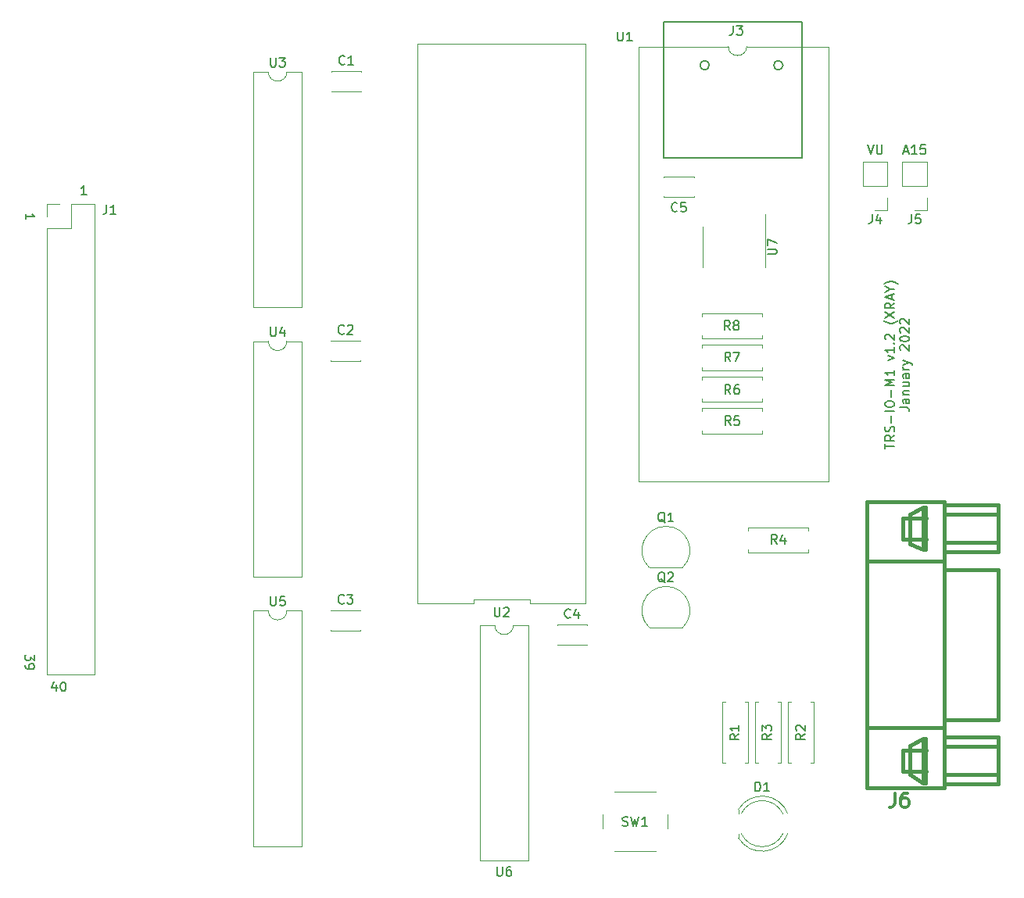
<source format=gbr>
%TF.GenerationSoftware,KiCad,Pcbnew,(6.0.0-0)*%
%TF.CreationDate,2022-01-11T18:58:16-08:00*%
%TF.ProjectId,TRS-IO-M1,5452532d-494f-42d4-9d31-2e6b69636164,rev?*%
%TF.SameCoordinates,Original*%
%TF.FileFunction,Legend,Top*%
%TF.FilePolarity,Positive*%
%FSLAX46Y46*%
G04 Gerber Fmt 4.6, Leading zero omitted, Abs format (unit mm)*
G04 Created by KiCad (PCBNEW (6.0.0-0)) date 2022-01-11 18:58:16*
%MOMM*%
%LPD*%
G01*
G04 APERTURE LIST*
%ADD10C,0.150000*%
%ADD11C,0.304800*%
%ADD12C,0.120000*%
%ADD13C,0.381000*%
G04 APERTURE END LIST*
D10*
X115193819Y-69043514D02*
X115193819Y-68472085D01*
X115193819Y-68757800D02*
X116193819Y-68757800D01*
X116050961Y-68662561D01*
X115955723Y-68567323D01*
X115908104Y-68472085D01*
X118510085Y-119521314D02*
X118510085Y-120187980D01*
X118271990Y-119140361D02*
X118033895Y-119854647D01*
X118652942Y-119854647D01*
X119224371Y-119187980D02*
X119319609Y-119187980D01*
X119414847Y-119235600D01*
X119462466Y-119283219D01*
X119510085Y-119378457D01*
X119557704Y-119568933D01*
X119557704Y-119807028D01*
X119510085Y-119997504D01*
X119462466Y-120092742D01*
X119414847Y-120140361D01*
X119319609Y-120187980D01*
X119224371Y-120187980D01*
X119129133Y-120140361D01*
X119081514Y-120092742D01*
X119033895Y-119997504D01*
X118986276Y-119807028D01*
X118986276Y-119568933D01*
X119033895Y-119378457D01*
X119081514Y-119283219D01*
X119129133Y-119235600D01*
X119224371Y-119187980D01*
X116143019Y-116233676D02*
X116143019Y-116852723D01*
X115762066Y-116519390D01*
X115762066Y-116662247D01*
X115714447Y-116757485D01*
X115666828Y-116805104D01*
X115571590Y-116852723D01*
X115333495Y-116852723D01*
X115238257Y-116805104D01*
X115190638Y-116757485D01*
X115143019Y-116662247D01*
X115143019Y-116376533D01*
X115190638Y-116281295D01*
X115238257Y-116233676D01*
X115143019Y-117328914D02*
X115143019Y-117519390D01*
X115190638Y-117614628D01*
X115238257Y-117662247D01*
X115381114Y-117757485D01*
X115571590Y-117805104D01*
X115952542Y-117805104D01*
X116047780Y-117757485D01*
X116095400Y-117709866D01*
X116143019Y-117614628D01*
X116143019Y-117424152D01*
X116095400Y-117328914D01*
X116047780Y-117281295D01*
X115952542Y-117233676D01*
X115714447Y-117233676D01*
X115619209Y-117281295D01*
X115571590Y-117328914D01*
X115523971Y-117424152D01*
X115523971Y-117614628D01*
X115571590Y-117709866D01*
X115619209Y-117757485D01*
X115714447Y-117805104D01*
X210309523Y-61716666D02*
X210785714Y-61716666D01*
X210214285Y-62002380D02*
X210547619Y-61002380D01*
X210880952Y-62002380D01*
X211738095Y-62002380D02*
X211166666Y-62002380D01*
X211452380Y-62002380D02*
X211452380Y-61002380D01*
X211357142Y-61145238D01*
X211261904Y-61240476D01*
X211166666Y-61288095D01*
X212642857Y-61002380D02*
X212166666Y-61002380D01*
X212119047Y-61478571D01*
X212166666Y-61430952D01*
X212261904Y-61383333D01*
X212500000Y-61383333D01*
X212595238Y-61430952D01*
X212642857Y-61478571D01*
X212690476Y-61573809D01*
X212690476Y-61811904D01*
X212642857Y-61907142D01*
X212595238Y-61954761D01*
X212500000Y-62002380D01*
X212261904Y-62002380D01*
X212166666Y-61954761D01*
X212119047Y-61907142D01*
X206392857Y-61002380D02*
X206726190Y-62002380D01*
X207059523Y-61002380D01*
X207392857Y-61002380D02*
X207392857Y-61811904D01*
X207440476Y-61907142D01*
X207488095Y-61954761D01*
X207583333Y-62002380D01*
X207773809Y-62002380D01*
X207869047Y-61954761D01*
X207916666Y-61907142D01*
X207964285Y-61811904D01*
X207964285Y-61002380D01*
X208297380Y-93942857D02*
X208297380Y-93371428D01*
X209297380Y-93657142D02*
X208297380Y-93657142D01*
X209297380Y-92466666D02*
X208821190Y-92800000D01*
X209297380Y-93038095D02*
X208297380Y-93038095D01*
X208297380Y-92657142D01*
X208345000Y-92561904D01*
X208392619Y-92514285D01*
X208487857Y-92466666D01*
X208630714Y-92466666D01*
X208725952Y-92514285D01*
X208773571Y-92561904D01*
X208821190Y-92657142D01*
X208821190Y-93038095D01*
X209249761Y-92085714D02*
X209297380Y-91942857D01*
X209297380Y-91704761D01*
X209249761Y-91609523D01*
X209202142Y-91561904D01*
X209106904Y-91514285D01*
X209011666Y-91514285D01*
X208916428Y-91561904D01*
X208868809Y-91609523D01*
X208821190Y-91704761D01*
X208773571Y-91895238D01*
X208725952Y-91990476D01*
X208678333Y-92038095D01*
X208583095Y-92085714D01*
X208487857Y-92085714D01*
X208392619Y-92038095D01*
X208345000Y-91990476D01*
X208297380Y-91895238D01*
X208297380Y-91657142D01*
X208345000Y-91514285D01*
X208916428Y-91085714D02*
X208916428Y-90323809D01*
X209297380Y-89847619D02*
X208297380Y-89847619D01*
X208297380Y-89180952D02*
X208297380Y-88990476D01*
X208345000Y-88895238D01*
X208440238Y-88800000D01*
X208630714Y-88752380D01*
X208964047Y-88752380D01*
X209154523Y-88800000D01*
X209249761Y-88895238D01*
X209297380Y-88990476D01*
X209297380Y-89180952D01*
X209249761Y-89276190D01*
X209154523Y-89371428D01*
X208964047Y-89419047D01*
X208630714Y-89419047D01*
X208440238Y-89371428D01*
X208345000Y-89276190D01*
X208297380Y-89180952D01*
X208916428Y-88323809D02*
X208916428Y-87561904D01*
X209297380Y-87085714D02*
X208297380Y-87085714D01*
X209011666Y-86752380D01*
X208297380Y-86419047D01*
X209297380Y-86419047D01*
X209297380Y-85419047D02*
X209297380Y-85990476D01*
X209297380Y-85704761D02*
X208297380Y-85704761D01*
X208440238Y-85800000D01*
X208535476Y-85895238D01*
X208583095Y-85990476D01*
X208630714Y-84323809D02*
X209297380Y-84085714D01*
X208630714Y-83847619D01*
X209297380Y-82942857D02*
X209297380Y-83514285D01*
X209297380Y-83228571D02*
X208297380Y-83228571D01*
X208440238Y-83323809D01*
X208535476Y-83419047D01*
X208583095Y-83514285D01*
X209202142Y-82514285D02*
X209249761Y-82466666D01*
X209297380Y-82514285D01*
X209249761Y-82561904D01*
X209202142Y-82514285D01*
X209297380Y-82514285D01*
X208392619Y-82085714D02*
X208345000Y-82038095D01*
X208297380Y-81942857D01*
X208297380Y-81704761D01*
X208345000Y-81609523D01*
X208392619Y-81561904D01*
X208487857Y-81514285D01*
X208583095Y-81514285D01*
X208725952Y-81561904D01*
X209297380Y-82133333D01*
X209297380Y-81514285D01*
X209678333Y-80038095D02*
X209630714Y-80085714D01*
X209487857Y-80180952D01*
X209392619Y-80228571D01*
X209249761Y-80276190D01*
X209011666Y-80323809D01*
X208821190Y-80323809D01*
X208583095Y-80276190D01*
X208440238Y-80228571D01*
X208345000Y-80180952D01*
X208202142Y-80085714D01*
X208154523Y-80038095D01*
X208297380Y-79752380D02*
X209297380Y-79085714D01*
X208297380Y-79085714D02*
X209297380Y-79752380D01*
X209297380Y-78133333D02*
X208821190Y-78466666D01*
X209297380Y-78704761D02*
X208297380Y-78704761D01*
X208297380Y-78323809D01*
X208345000Y-78228571D01*
X208392619Y-78180952D01*
X208487857Y-78133333D01*
X208630714Y-78133333D01*
X208725952Y-78180952D01*
X208773571Y-78228571D01*
X208821190Y-78323809D01*
X208821190Y-78704761D01*
X209011666Y-77752380D02*
X209011666Y-77276190D01*
X209297380Y-77847619D02*
X208297380Y-77514285D01*
X209297380Y-77180952D01*
X208821190Y-76657142D02*
X209297380Y-76657142D01*
X208297380Y-76990476D02*
X208821190Y-76657142D01*
X208297380Y-76323809D01*
X209678333Y-76085714D02*
X209630714Y-76038095D01*
X209487857Y-75942857D01*
X209392619Y-75895238D01*
X209249761Y-75847619D01*
X209011666Y-75800000D01*
X208821190Y-75800000D01*
X208583095Y-75847619D01*
X208440238Y-75895238D01*
X208345000Y-75942857D01*
X208202142Y-76038095D01*
X208154523Y-76085714D01*
X209907380Y-89442857D02*
X210621666Y-89442857D01*
X210764523Y-89490476D01*
X210859761Y-89585714D01*
X210907380Y-89728571D01*
X210907380Y-89823809D01*
X210907380Y-88538095D02*
X210383571Y-88538095D01*
X210288333Y-88585714D01*
X210240714Y-88680952D01*
X210240714Y-88871428D01*
X210288333Y-88966666D01*
X210859761Y-88538095D02*
X210907380Y-88633333D01*
X210907380Y-88871428D01*
X210859761Y-88966666D01*
X210764523Y-89014285D01*
X210669285Y-89014285D01*
X210574047Y-88966666D01*
X210526428Y-88871428D01*
X210526428Y-88633333D01*
X210478809Y-88538095D01*
X210240714Y-88061904D02*
X210907380Y-88061904D01*
X210335952Y-88061904D02*
X210288333Y-88014285D01*
X210240714Y-87919047D01*
X210240714Y-87776190D01*
X210288333Y-87680952D01*
X210383571Y-87633333D01*
X210907380Y-87633333D01*
X210240714Y-86728571D02*
X210907380Y-86728571D01*
X210240714Y-87157142D02*
X210764523Y-87157142D01*
X210859761Y-87109523D01*
X210907380Y-87014285D01*
X210907380Y-86871428D01*
X210859761Y-86776190D01*
X210812142Y-86728571D01*
X210907380Y-85823809D02*
X210383571Y-85823809D01*
X210288333Y-85871428D01*
X210240714Y-85966666D01*
X210240714Y-86157142D01*
X210288333Y-86252380D01*
X210859761Y-85823809D02*
X210907380Y-85919047D01*
X210907380Y-86157142D01*
X210859761Y-86252380D01*
X210764523Y-86300000D01*
X210669285Y-86300000D01*
X210574047Y-86252380D01*
X210526428Y-86157142D01*
X210526428Y-85919047D01*
X210478809Y-85823809D01*
X210907380Y-85347619D02*
X210240714Y-85347619D01*
X210431190Y-85347619D02*
X210335952Y-85300000D01*
X210288333Y-85252380D01*
X210240714Y-85157142D01*
X210240714Y-85061904D01*
X210240714Y-84823809D02*
X210907380Y-84585714D01*
X210240714Y-84347619D02*
X210907380Y-84585714D01*
X211145476Y-84680952D01*
X211193095Y-84728571D01*
X211240714Y-84823809D01*
X210002619Y-83252380D02*
X209955000Y-83204761D01*
X209907380Y-83109523D01*
X209907380Y-82871428D01*
X209955000Y-82776190D01*
X210002619Y-82728571D01*
X210097857Y-82680952D01*
X210193095Y-82680952D01*
X210335952Y-82728571D01*
X210907380Y-83300000D01*
X210907380Y-82680952D01*
X209907380Y-82061904D02*
X209907380Y-81966666D01*
X209955000Y-81871428D01*
X210002619Y-81823809D01*
X210097857Y-81776190D01*
X210288333Y-81728571D01*
X210526428Y-81728571D01*
X210716904Y-81776190D01*
X210812142Y-81823809D01*
X210859761Y-81871428D01*
X210907380Y-81966666D01*
X210907380Y-82061904D01*
X210859761Y-82157142D01*
X210812142Y-82204761D01*
X210716904Y-82252380D01*
X210526428Y-82300000D01*
X210288333Y-82300000D01*
X210097857Y-82252380D01*
X210002619Y-82204761D01*
X209955000Y-82157142D01*
X209907380Y-82061904D01*
X210002619Y-81347619D02*
X209955000Y-81300000D01*
X209907380Y-81204761D01*
X209907380Y-80966666D01*
X209955000Y-80871428D01*
X210002619Y-80823809D01*
X210097857Y-80776190D01*
X210193095Y-80776190D01*
X210335952Y-80823809D01*
X210907380Y-81395238D01*
X210907380Y-80776190D01*
X210002619Y-80395238D02*
X209955000Y-80347619D01*
X209907380Y-80252380D01*
X209907380Y-80014285D01*
X209955000Y-79919047D01*
X210002619Y-79871428D01*
X210097857Y-79823809D01*
X210193095Y-79823809D01*
X210335952Y-79871428D01*
X210907380Y-80442857D01*
X210907380Y-79823809D01*
X121799314Y-66416180D02*
X121227885Y-66416180D01*
X121513600Y-66416180D02*
X121513600Y-65416180D01*
X121418361Y-65559038D01*
X121323123Y-65654276D01*
X121227885Y-65701895D01*
%TO.C,J1*%
X123974266Y-67498980D02*
X123974266Y-68213266D01*
X123926647Y-68356123D01*
X123831409Y-68451361D01*
X123688552Y-68498980D01*
X123593314Y-68498980D01*
X124974266Y-68498980D02*
X124402838Y-68498980D01*
X124688552Y-68498980D02*
X124688552Y-67498980D01*
X124593314Y-67641838D01*
X124498076Y-67737076D01*
X124402838Y-67784695D01*
%TO.C,U3*%
X141732095Y-51554580D02*
X141732095Y-52364104D01*
X141779714Y-52459342D01*
X141827333Y-52506961D01*
X141922571Y-52554580D01*
X142113047Y-52554580D01*
X142208285Y-52506961D01*
X142255904Y-52459342D01*
X142303523Y-52364104D01*
X142303523Y-51554580D01*
X142684476Y-51554580D02*
X143303523Y-51554580D01*
X142970190Y-51935533D01*
X143113047Y-51935533D01*
X143208285Y-51983152D01*
X143255904Y-52030771D01*
X143303523Y-52126009D01*
X143303523Y-52364104D01*
X143255904Y-52459342D01*
X143208285Y-52506961D01*
X143113047Y-52554580D01*
X142827333Y-52554580D01*
X142732095Y-52506961D01*
X142684476Y-52459342D01*
%TO.C,U6*%
X166268495Y-139202380D02*
X166268495Y-140011904D01*
X166316114Y-140107142D01*
X166363733Y-140154761D01*
X166458971Y-140202380D01*
X166649447Y-140202380D01*
X166744685Y-140154761D01*
X166792304Y-140107142D01*
X166839923Y-140011904D01*
X166839923Y-139202380D01*
X167744685Y-139202380D02*
X167554209Y-139202380D01*
X167458971Y-139250000D01*
X167411352Y-139297619D01*
X167316114Y-139440476D01*
X167268495Y-139630952D01*
X167268495Y-140011904D01*
X167316114Y-140107142D01*
X167363733Y-140154761D01*
X167458971Y-140202380D01*
X167649447Y-140202380D01*
X167744685Y-140154761D01*
X167792304Y-140107142D01*
X167839923Y-140011904D01*
X167839923Y-139773809D01*
X167792304Y-139678571D01*
X167744685Y-139630952D01*
X167649447Y-139583333D01*
X167458971Y-139583333D01*
X167363733Y-139630952D01*
X167316114Y-139678571D01*
X167268495Y-139773809D01*
%TO.C,U5*%
X141732095Y-109923780D02*
X141732095Y-110733304D01*
X141779714Y-110828542D01*
X141827333Y-110876161D01*
X141922571Y-110923780D01*
X142113047Y-110923780D01*
X142208285Y-110876161D01*
X142255904Y-110828542D01*
X142303523Y-110733304D01*
X142303523Y-109923780D01*
X143255904Y-109923780D02*
X142779714Y-109923780D01*
X142732095Y-110399971D01*
X142779714Y-110352352D01*
X142874952Y-110304733D01*
X143113047Y-110304733D01*
X143208285Y-110352352D01*
X143255904Y-110399971D01*
X143303523Y-110495209D01*
X143303523Y-110733304D01*
X143255904Y-110828542D01*
X143208285Y-110876161D01*
X143113047Y-110923780D01*
X142874952Y-110923780D01*
X142779714Y-110876161D01*
X142732095Y-110828542D01*
%TO.C,R8*%
X191492533Y-81065380D02*
X191159200Y-80589190D01*
X190921104Y-81065380D02*
X190921104Y-80065380D01*
X191302057Y-80065380D01*
X191397295Y-80113000D01*
X191444914Y-80160619D01*
X191492533Y-80255857D01*
X191492533Y-80398714D01*
X191444914Y-80493952D01*
X191397295Y-80541571D01*
X191302057Y-80589190D01*
X190921104Y-80589190D01*
X192063961Y-80493952D02*
X191968723Y-80446333D01*
X191921104Y-80398714D01*
X191873485Y-80303476D01*
X191873485Y-80255857D01*
X191921104Y-80160619D01*
X191968723Y-80113000D01*
X192063961Y-80065380D01*
X192254438Y-80065380D01*
X192349676Y-80113000D01*
X192397295Y-80160619D01*
X192444914Y-80255857D01*
X192444914Y-80303476D01*
X192397295Y-80398714D01*
X192349676Y-80446333D01*
X192254438Y-80493952D01*
X192063961Y-80493952D01*
X191968723Y-80541571D01*
X191921104Y-80589190D01*
X191873485Y-80684428D01*
X191873485Y-80874904D01*
X191921104Y-80970142D01*
X191968723Y-81017761D01*
X192063961Y-81065380D01*
X192254438Y-81065380D01*
X192349676Y-81017761D01*
X192397295Y-80970142D01*
X192444914Y-80874904D01*
X192444914Y-80684428D01*
X192397295Y-80589190D01*
X192349676Y-80541571D01*
X192254438Y-80493952D01*
%TO.C,R7*%
X191543333Y-84468980D02*
X191210000Y-83992790D01*
X190971904Y-84468980D02*
X190971904Y-83468980D01*
X191352857Y-83468980D01*
X191448095Y-83516600D01*
X191495714Y-83564219D01*
X191543333Y-83659457D01*
X191543333Y-83802314D01*
X191495714Y-83897552D01*
X191448095Y-83945171D01*
X191352857Y-83992790D01*
X190971904Y-83992790D01*
X191876666Y-83468980D02*
X192543333Y-83468980D01*
X192114761Y-84468980D01*
%TO.C,R6*%
X191543333Y-87999580D02*
X191210000Y-87523390D01*
X190971904Y-87999580D02*
X190971904Y-86999580D01*
X191352857Y-86999580D01*
X191448095Y-87047200D01*
X191495714Y-87094819D01*
X191543333Y-87190057D01*
X191543333Y-87332914D01*
X191495714Y-87428152D01*
X191448095Y-87475771D01*
X191352857Y-87523390D01*
X190971904Y-87523390D01*
X192400476Y-86999580D02*
X192210000Y-86999580D01*
X192114761Y-87047200D01*
X192067142Y-87094819D01*
X191971904Y-87237676D01*
X191924285Y-87428152D01*
X191924285Y-87809104D01*
X191971904Y-87904342D01*
X192019523Y-87951961D01*
X192114761Y-87999580D01*
X192305238Y-87999580D01*
X192400476Y-87951961D01*
X192448095Y-87904342D01*
X192495714Y-87809104D01*
X192495714Y-87571009D01*
X192448095Y-87475771D01*
X192400476Y-87428152D01*
X192305238Y-87380533D01*
X192114761Y-87380533D01*
X192019523Y-87428152D01*
X191971904Y-87475771D01*
X191924285Y-87571009D01*
%TO.C,U2*%
X165989095Y-111102580D02*
X165989095Y-111912104D01*
X166036714Y-112007342D01*
X166084333Y-112054961D01*
X166179571Y-112102580D01*
X166370047Y-112102580D01*
X166465285Y-112054961D01*
X166512904Y-112007342D01*
X166560523Y-111912104D01*
X166560523Y-111102580D01*
X166989095Y-111197819D02*
X167036714Y-111150200D01*
X167131952Y-111102580D01*
X167370047Y-111102580D01*
X167465285Y-111150200D01*
X167512904Y-111197819D01*
X167560523Y-111293057D01*
X167560523Y-111388295D01*
X167512904Y-111531152D01*
X166941476Y-112102580D01*
X167560523Y-112102580D01*
%TO.C,Q2*%
X184461161Y-108417419D02*
X184365923Y-108369800D01*
X184270685Y-108274561D01*
X184127828Y-108131704D01*
X184032590Y-108084085D01*
X183937352Y-108084085D01*
X183984971Y-108322180D02*
X183889733Y-108274561D01*
X183794495Y-108179323D01*
X183746876Y-107988847D01*
X183746876Y-107655514D01*
X183794495Y-107465038D01*
X183889733Y-107369800D01*
X183984971Y-107322180D01*
X184175447Y-107322180D01*
X184270685Y-107369800D01*
X184365923Y-107465038D01*
X184413542Y-107655514D01*
X184413542Y-107988847D01*
X184365923Y-108179323D01*
X184270685Y-108274561D01*
X184175447Y-108322180D01*
X183984971Y-108322180D01*
X184794495Y-107417419D02*
X184842114Y-107369800D01*
X184937352Y-107322180D01*
X185175447Y-107322180D01*
X185270685Y-107369800D01*
X185318304Y-107417419D01*
X185365923Y-107512657D01*
X185365923Y-107607895D01*
X185318304Y-107750752D01*
X184746876Y-108322180D01*
X185365923Y-108322180D01*
%TO.C,Q1*%
X184461161Y-101915019D02*
X184365923Y-101867400D01*
X184270685Y-101772161D01*
X184127828Y-101629304D01*
X184032590Y-101581685D01*
X183937352Y-101581685D01*
X183984971Y-101819780D02*
X183889733Y-101772161D01*
X183794495Y-101676923D01*
X183746876Y-101486447D01*
X183746876Y-101153114D01*
X183794495Y-100962638D01*
X183889733Y-100867400D01*
X183984971Y-100819780D01*
X184175447Y-100819780D01*
X184270685Y-100867400D01*
X184365923Y-100962638D01*
X184413542Y-101153114D01*
X184413542Y-101486447D01*
X184365923Y-101676923D01*
X184270685Y-101772161D01*
X184175447Y-101819780D01*
X183984971Y-101819780D01*
X185365923Y-101819780D02*
X184794495Y-101819780D01*
X185080209Y-101819780D02*
X185080209Y-100819780D01*
X184984971Y-100962638D01*
X184889733Y-101057876D01*
X184794495Y-101105495D01*
%TO.C,C2*%
X149698733Y-81419142D02*
X149651114Y-81466761D01*
X149508257Y-81514380D01*
X149413019Y-81514380D01*
X149270161Y-81466761D01*
X149174923Y-81371523D01*
X149127304Y-81276285D01*
X149079685Y-81085809D01*
X149079685Y-80942952D01*
X149127304Y-80752476D01*
X149174923Y-80657238D01*
X149270161Y-80562000D01*
X149413019Y-80514380D01*
X149508257Y-80514380D01*
X149651114Y-80562000D01*
X149698733Y-80609619D01*
X150079685Y-80609619D02*
X150127304Y-80562000D01*
X150222542Y-80514380D01*
X150460638Y-80514380D01*
X150555876Y-80562000D01*
X150603495Y-80609619D01*
X150651114Y-80704857D01*
X150651114Y-80800095D01*
X150603495Y-80942952D01*
X150032066Y-81514380D01*
X150651114Y-81514380D01*
%TO.C,C1*%
X149749533Y-52234542D02*
X149701914Y-52282161D01*
X149559057Y-52329780D01*
X149463819Y-52329780D01*
X149320961Y-52282161D01*
X149225723Y-52186923D01*
X149178104Y-52091685D01*
X149130485Y-51901209D01*
X149130485Y-51758352D01*
X149178104Y-51567876D01*
X149225723Y-51472638D01*
X149320961Y-51377400D01*
X149463819Y-51329780D01*
X149559057Y-51329780D01*
X149701914Y-51377400D01*
X149749533Y-51425019D01*
X150701914Y-52329780D02*
X150130485Y-52329780D01*
X150416200Y-52329780D02*
X150416200Y-51329780D01*
X150320961Y-51472638D01*
X150225723Y-51567876D01*
X150130485Y-51615495D01*
%TO.C,J5*%
X211166666Y-68532380D02*
X211166666Y-69246666D01*
X211119047Y-69389523D01*
X211023809Y-69484761D01*
X210880952Y-69532380D01*
X210785714Y-69532380D01*
X212119047Y-68532380D02*
X211642857Y-68532380D01*
X211595238Y-69008571D01*
X211642857Y-68960952D01*
X211738095Y-68913333D01*
X211976190Y-68913333D01*
X212071428Y-68960952D01*
X212119047Y-69008571D01*
X212166666Y-69103809D01*
X212166666Y-69341904D01*
X212119047Y-69437142D01*
X212071428Y-69484761D01*
X211976190Y-69532380D01*
X211738095Y-69532380D01*
X211642857Y-69484761D01*
X211595238Y-69437142D01*
%TO.C,J4*%
X206873066Y-68532380D02*
X206873066Y-69246666D01*
X206825447Y-69389523D01*
X206730209Y-69484761D01*
X206587352Y-69532380D01*
X206492114Y-69532380D01*
X207777828Y-68865714D02*
X207777828Y-69532380D01*
X207539733Y-68484761D02*
X207301638Y-69199047D01*
X207920685Y-69199047D01*
%TO.C,C5*%
X185783333Y-68157142D02*
X185735714Y-68204761D01*
X185592857Y-68252380D01*
X185497619Y-68252380D01*
X185354761Y-68204761D01*
X185259523Y-68109523D01*
X185211904Y-68014285D01*
X185164285Y-67823809D01*
X185164285Y-67680952D01*
X185211904Y-67490476D01*
X185259523Y-67395238D01*
X185354761Y-67300000D01*
X185497619Y-67252380D01*
X185592857Y-67252380D01*
X185735714Y-67300000D01*
X185783333Y-67347619D01*
X186688095Y-67252380D02*
X186211904Y-67252380D01*
X186164285Y-67728571D01*
X186211904Y-67680952D01*
X186307142Y-67633333D01*
X186545238Y-67633333D01*
X186640476Y-67680952D01*
X186688095Y-67728571D01*
X186735714Y-67823809D01*
X186735714Y-68061904D01*
X186688095Y-68157142D01*
X186640476Y-68204761D01*
X186545238Y-68252380D01*
X186307142Y-68252380D01*
X186211904Y-68204761D01*
X186164285Y-68157142D01*
%TO.C,C4*%
X174209733Y-112178542D02*
X174162114Y-112226161D01*
X174019257Y-112273780D01*
X173924019Y-112273780D01*
X173781161Y-112226161D01*
X173685923Y-112130923D01*
X173638304Y-112035685D01*
X173590685Y-111845209D01*
X173590685Y-111702352D01*
X173638304Y-111511876D01*
X173685923Y-111416638D01*
X173781161Y-111321400D01*
X173924019Y-111273780D01*
X174019257Y-111273780D01*
X174162114Y-111321400D01*
X174209733Y-111369019D01*
X175066876Y-111607114D02*
X175066876Y-112273780D01*
X174828780Y-111226161D02*
X174590685Y-111940447D01*
X175209733Y-111940447D01*
%TO.C,C3*%
X149698733Y-110629142D02*
X149651114Y-110676761D01*
X149508257Y-110724380D01*
X149413019Y-110724380D01*
X149270161Y-110676761D01*
X149174923Y-110581523D01*
X149127304Y-110486285D01*
X149079685Y-110295809D01*
X149079685Y-110152952D01*
X149127304Y-109962476D01*
X149174923Y-109867238D01*
X149270161Y-109772000D01*
X149413019Y-109724380D01*
X149508257Y-109724380D01*
X149651114Y-109772000D01*
X149698733Y-109819619D01*
X150032066Y-109724380D02*
X150651114Y-109724380D01*
X150317780Y-110105333D01*
X150460638Y-110105333D01*
X150555876Y-110152952D01*
X150603495Y-110200571D01*
X150651114Y-110295809D01*
X150651114Y-110533904D01*
X150603495Y-110629142D01*
X150555876Y-110676761D01*
X150460638Y-110724380D01*
X150174923Y-110724380D01*
X150079685Y-110676761D01*
X150032066Y-110629142D01*
%TO.C,R5*%
X191568733Y-91377780D02*
X191235400Y-90901590D01*
X190997304Y-91377780D02*
X190997304Y-90377780D01*
X191378257Y-90377780D01*
X191473495Y-90425400D01*
X191521114Y-90473019D01*
X191568733Y-90568257D01*
X191568733Y-90711114D01*
X191521114Y-90806352D01*
X191473495Y-90853971D01*
X191378257Y-90901590D01*
X190997304Y-90901590D01*
X192473495Y-90377780D02*
X191997304Y-90377780D01*
X191949685Y-90853971D01*
X191997304Y-90806352D01*
X192092542Y-90758733D01*
X192330638Y-90758733D01*
X192425876Y-90806352D01*
X192473495Y-90853971D01*
X192521114Y-90949209D01*
X192521114Y-91187304D01*
X192473495Y-91282542D01*
X192425876Y-91330161D01*
X192330638Y-91377780D01*
X192092542Y-91377780D01*
X191997304Y-91330161D01*
X191949685Y-91282542D01*
%TO.C,J3*%
X191843066Y-48093380D02*
X191843066Y-48807666D01*
X191795447Y-48950523D01*
X191700209Y-49045761D01*
X191557352Y-49093380D01*
X191462114Y-49093380D01*
X192224019Y-48093380D02*
X192843066Y-48093380D01*
X192509733Y-48474333D01*
X192652590Y-48474333D01*
X192747828Y-48521952D01*
X192795447Y-48569571D01*
X192843066Y-48664809D01*
X192843066Y-48902904D01*
X192795447Y-48998142D01*
X192747828Y-49045761D01*
X192652590Y-49093380D01*
X192366876Y-49093380D01*
X192271638Y-49045761D01*
X192224019Y-48998142D01*
%TO.C,D1*%
X194232304Y-131036180D02*
X194232304Y-130036180D01*
X194470400Y-130036180D01*
X194613257Y-130083800D01*
X194708495Y-130179038D01*
X194756114Y-130274276D01*
X194803733Y-130464752D01*
X194803733Y-130607609D01*
X194756114Y-130798085D01*
X194708495Y-130893323D01*
X194613257Y-130988561D01*
X194470400Y-131036180D01*
X194232304Y-131036180D01*
X195756114Y-131036180D02*
X195184685Y-131036180D01*
X195470400Y-131036180D02*
X195470400Y-130036180D01*
X195375161Y-130179038D01*
X195279923Y-130274276D01*
X195184685Y-130321895D01*
%TO.C,U4*%
X141732095Y-80739180D02*
X141732095Y-81548704D01*
X141779714Y-81643942D01*
X141827333Y-81691561D01*
X141922571Y-81739180D01*
X142113047Y-81739180D01*
X142208285Y-81691561D01*
X142255904Y-81643942D01*
X142303523Y-81548704D01*
X142303523Y-80739180D01*
X143208285Y-81072514D02*
X143208285Y-81739180D01*
X142970190Y-80691561D02*
X142732095Y-81405847D01*
X143351142Y-81405847D01*
%TO.C,R3*%
X195981580Y-124829866D02*
X195505390Y-125163200D01*
X195981580Y-125401295D02*
X194981580Y-125401295D01*
X194981580Y-125020342D01*
X195029200Y-124925104D01*
X195076819Y-124877485D01*
X195172057Y-124829866D01*
X195314914Y-124829866D01*
X195410152Y-124877485D01*
X195457771Y-124925104D01*
X195505390Y-125020342D01*
X195505390Y-125401295D01*
X194981580Y-124496533D02*
X194981580Y-123877485D01*
X195362533Y-124210819D01*
X195362533Y-124067961D01*
X195410152Y-123972723D01*
X195457771Y-123925104D01*
X195553009Y-123877485D01*
X195791104Y-123877485D01*
X195886342Y-123925104D01*
X195933961Y-123972723D01*
X195981580Y-124067961D01*
X195981580Y-124353676D01*
X195933961Y-124448914D01*
X195886342Y-124496533D01*
%TO.C,R2*%
X199613780Y-124829866D02*
X199137590Y-125163200D01*
X199613780Y-125401295D02*
X198613780Y-125401295D01*
X198613780Y-125020342D01*
X198661400Y-124925104D01*
X198709019Y-124877485D01*
X198804257Y-124829866D01*
X198947114Y-124829866D01*
X199042352Y-124877485D01*
X199089971Y-124925104D01*
X199137590Y-125020342D01*
X199137590Y-125401295D01*
X198709019Y-124448914D02*
X198661400Y-124401295D01*
X198613780Y-124306057D01*
X198613780Y-124067961D01*
X198661400Y-123972723D01*
X198709019Y-123925104D01*
X198804257Y-123877485D01*
X198899495Y-123877485D01*
X199042352Y-123925104D01*
X199613780Y-124496533D01*
X199613780Y-123877485D01*
%TO.C,U1*%
X179324095Y-48753780D02*
X179324095Y-49563304D01*
X179371714Y-49658542D01*
X179419333Y-49706161D01*
X179514571Y-49753780D01*
X179705047Y-49753780D01*
X179800285Y-49706161D01*
X179847904Y-49658542D01*
X179895523Y-49563304D01*
X179895523Y-48753780D01*
X180895523Y-49753780D02*
X180324095Y-49753780D01*
X180609809Y-49753780D02*
X180609809Y-48753780D01*
X180514571Y-48896638D01*
X180419333Y-48991876D01*
X180324095Y-49039495D01*
%TO.C,R4*%
X196581733Y-104236780D02*
X196248400Y-103760590D01*
X196010304Y-104236780D02*
X196010304Y-103236780D01*
X196391257Y-103236780D01*
X196486495Y-103284400D01*
X196534114Y-103332019D01*
X196581733Y-103427257D01*
X196581733Y-103570114D01*
X196534114Y-103665352D01*
X196486495Y-103712971D01*
X196391257Y-103760590D01*
X196010304Y-103760590D01*
X197438876Y-103570114D02*
X197438876Y-104236780D01*
X197200780Y-103189161D02*
X196962685Y-103903447D01*
X197581733Y-103903447D01*
%TO.C,SW1*%
X179862366Y-134744961D02*
X180005223Y-134792580D01*
X180243319Y-134792580D01*
X180338557Y-134744961D01*
X180386176Y-134697342D01*
X180433795Y-134602104D01*
X180433795Y-134506866D01*
X180386176Y-134411628D01*
X180338557Y-134364009D01*
X180243319Y-134316390D01*
X180052842Y-134268771D01*
X179957604Y-134221152D01*
X179909985Y-134173533D01*
X179862366Y-134078295D01*
X179862366Y-133983057D01*
X179909985Y-133887819D01*
X179957604Y-133840200D01*
X180052842Y-133792580D01*
X180290938Y-133792580D01*
X180433795Y-133840200D01*
X180767128Y-133792580D02*
X181005223Y-134792580D01*
X181195700Y-134078295D01*
X181386176Y-134792580D01*
X181624271Y-133792580D01*
X182529033Y-134792580D02*
X181957604Y-134792580D01*
X182243319Y-134792580D02*
X182243319Y-133792580D01*
X182148080Y-133935438D01*
X182052842Y-134030676D01*
X181957604Y-134078295D01*
%TO.C,R1*%
X192476380Y-124855266D02*
X192000190Y-125188600D01*
X192476380Y-125426695D02*
X191476380Y-125426695D01*
X191476380Y-125045742D01*
X191524000Y-124950504D01*
X191571619Y-124902885D01*
X191666857Y-124855266D01*
X191809714Y-124855266D01*
X191904952Y-124902885D01*
X191952571Y-124950504D01*
X192000190Y-125045742D01*
X192000190Y-125426695D01*
X192476380Y-123902885D02*
X192476380Y-124474314D01*
X192476380Y-124188600D02*
X191476380Y-124188600D01*
X191619238Y-124283838D01*
X191714476Y-124379076D01*
X191762095Y-124474314D01*
D11*
%TO.C,J6*%
X209342000Y-131215428D02*
X209342000Y-132304000D01*
X209269428Y-132521714D01*
X209124285Y-132666857D01*
X208906571Y-132739428D01*
X208761428Y-132739428D01*
X210720857Y-131215428D02*
X210430571Y-131215428D01*
X210285428Y-131288000D01*
X210212857Y-131360571D01*
X210067714Y-131578285D01*
X209995142Y-131868571D01*
X209995142Y-132449142D01*
X210067714Y-132594285D01*
X210140285Y-132666857D01*
X210285428Y-132739428D01*
X210575714Y-132739428D01*
X210720857Y-132666857D01*
X210793428Y-132594285D01*
X210866000Y-132449142D01*
X210866000Y-132086285D01*
X210793428Y-131941142D01*
X210720857Y-131868571D01*
X210575714Y-131796000D01*
X210285428Y-131796000D01*
X210140285Y-131868571D01*
X210067714Y-131941142D01*
X209995142Y-132086285D01*
D10*
%TO.C,U7*%
X195552380Y-72861904D02*
X196361904Y-72861904D01*
X196457142Y-72814285D01*
X196504761Y-72766666D01*
X196552380Y-72671428D01*
X196552380Y-72480952D01*
X196504761Y-72385714D01*
X196457142Y-72338095D01*
X196361904Y-72290476D01*
X195552380Y-72290476D01*
X195552380Y-71909523D02*
X195552380Y-71242857D01*
X196552380Y-71671428D01*
D12*
%TO.C,J1*%
X117509000Y-118349200D02*
X122709000Y-118349200D01*
X117509000Y-67429200D02*
X118839000Y-67429200D01*
X120109000Y-70029200D02*
X120109000Y-67429200D01*
X117509000Y-68759200D02*
X117509000Y-67429200D01*
X122709000Y-67429200D02*
X122709000Y-118349200D01*
X117509000Y-70029200D02*
X120109000Y-70029200D01*
X120109000Y-67429200D02*
X122709000Y-67429200D01*
X117509000Y-70029200D02*
X117509000Y-118349200D01*
%TO.C,U3*%
X141494000Y-53102200D02*
X139844000Y-53102200D01*
X145144000Y-78622200D02*
X145144000Y-53102200D01*
X139844000Y-78622200D02*
X145144000Y-78622200D01*
X139844000Y-53102200D02*
X139844000Y-78622200D01*
X145144000Y-53102200D02*
X143494000Y-53102200D01*
X141494000Y-53102200D02*
G75*
G03*
X143494000Y-53102200I1000000J0D01*
G01*
%TO.C,U6*%
X164380400Y-113046200D02*
X164380400Y-138566200D01*
X169680400Y-113046200D02*
X168030400Y-113046200D01*
X166030400Y-113046200D02*
X164380400Y-113046200D01*
X164380400Y-138566200D02*
X169680400Y-138566200D01*
X169680400Y-138566200D02*
X169680400Y-113046200D01*
X166030400Y-113046200D02*
G75*
G03*
X168030400Y-113046200I1000000J0D01*
G01*
%TO.C,U5*%
X139844000Y-136991400D02*
X145144000Y-136991400D01*
X145144000Y-136991400D02*
X145144000Y-111471400D01*
X139844000Y-111471400D02*
X139844000Y-136991400D01*
X145144000Y-111471400D02*
X143494000Y-111471400D01*
X141494000Y-111471400D02*
X139844000Y-111471400D01*
X141494000Y-111471400D02*
G75*
G03*
X143494000Y-111471400I1000000J0D01*
G01*
%TO.C,R8*%
X188440000Y-81983000D02*
X194980000Y-81983000D01*
X188440000Y-79573000D02*
X188440000Y-79243000D01*
X188440000Y-79243000D02*
X194980000Y-79243000D01*
X194980000Y-81983000D02*
X194980000Y-81653000D01*
X194980000Y-79243000D02*
X194980000Y-79573000D01*
X188440000Y-81653000D02*
X188440000Y-81983000D01*
%TO.C,R7*%
X194980000Y-82672000D02*
X194980000Y-83002000D01*
X188440000Y-82672000D02*
X194980000Y-82672000D01*
X188440000Y-83002000D02*
X188440000Y-82672000D01*
X188440000Y-85082000D02*
X188440000Y-85412000D01*
X188440000Y-85412000D02*
X194980000Y-85412000D01*
X194980000Y-85412000D02*
X194980000Y-85082000D01*
%TO.C,R6*%
X188440000Y-86431000D02*
X188440000Y-86101000D01*
X188440000Y-86101000D02*
X194980000Y-86101000D01*
X188440000Y-88511000D02*
X188440000Y-88841000D01*
X194980000Y-86101000D02*
X194980000Y-86431000D01*
X194980000Y-88841000D02*
X194980000Y-88511000D01*
X188440000Y-88841000D02*
X194980000Y-88841000D01*
%TO.C,U2*%
X163711000Y-110290200D02*
X169790999Y-110290200D01*
X169790999Y-110290200D02*
X169790999Y-110650200D01*
X175871000Y-50030200D02*
X157631001Y-50030200D01*
X175870999Y-110650200D02*
X175871000Y-50030200D01*
X163711000Y-110650200D02*
X163711000Y-110290200D01*
X169790999Y-110650200D02*
X175870999Y-110650200D01*
X157631001Y-50030200D02*
X157631000Y-110650200D01*
X157631000Y-110650200D02*
X163711000Y-110650200D01*
%TO.C,Q2*%
X182756400Y-113279800D02*
X186356400Y-113279800D01*
X184556400Y-108829799D02*
G75*
G03*
X182717922Y-113268278I0J-2600001D01*
G01*
X186394878Y-113268278D02*
G75*
G03*
X184556400Y-108829800I-1838478J1838478D01*
G01*
%TO.C,Q1*%
X182756400Y-106777400D02*
X186356400Y-106777400D01*
X186394878Y-106765878D02*
G75*
G03*
X184556400Y-102327400I-1838478J1838478D01*
G01*
X184556400Y-102327399D02*
G75*
G03*
X182717922Y-106765878I0J-2600001D01*
G01*
%TO.C,C2*%
X148245400Y-82192000D02*
X148245400Y-82257000D01*
X148245400Y-84367000D02*
X148245400Y-84432000D01*
X148245400Y-84432000D02*
X151485400Y-84432000D01*
X151485400Y-84367000D02*
X151485400Y-84432000D01*
X151485400Y-82192000D02*
X151485400Y-82257000D01*
X148245400Y-82192000D02*
X151485400Y-82192000D01*
%TO.C,C1*%
X151536200Y-55182400D02*
X151536200Y-55247400D01*
X148296200Y-53007400D02*
X151536200Y-53007400D01*
X148296200Y-53007400D02*
X148296200Y-53072400D01*
X148296200Y-55182400D02*
X148296200Y-55247400D01*
X148296200Y-55247400D02*
X151536200Y-55247400D01*
X151536200Y-53007400D02*
X151536200Y-53072400D01*
%TO.C,J5*%
X212830000Y-65480000D02*
X212830000Y-62880000D01*
X212830000Y-68080000D02*
X211500000Y-68080000D01*
X210170000Y-65480000D02*
X210170000Y-62880000D01*
X212830000Y-62880000D02*
X210170000Y-62880000D01*
X212830000Y-66750000D02*
X212830000Y-68080000D01*
X212830000Y-65480000D02*
X210170000Y-65480000D01*
%TO.C,J4*%
X208536400Y-66750000D02*
X208536400Y-68080000D01*
X208536400Y-62880000D02*
X205876400Y-62880000D01*
X208536400Y-65480000D02*
X208536400Y-62880000D01*
X205876400Y-65480000D02*
X205876400Y-62880000D01*
X208536400Y-68080000D02*
X207206400Y-68080000D01*
X208536400Y-65480000D02*
X205876400Y-65480000D01*
%TO.C,C5*%
X184330000Y-64495000D02*
X184330000Y-64430000D01*
X184330000Y-66670000D02*
X184330000Y-66605000D01*
X187570000Y-66670000D02*
X184330000Y-66670000D01*
X187570000Y-64495000D02*
X187570000Y-64430000D01*
X187570000Y-66670000D02*
X187570000Y-66605000D01*
X187570000Y-64430000D02*
X184330000Y-64430000D01*
%TO.C,C4*%
X175996400Y-112951400D02*
X175996400Y-113016400D01*
X172756400Y-112951400D02*
X175996400Y-112951400D01*
X172756400Y-115126400D02*
X172756400Y-115191400D01*
X175996400Y-115126400D02*
X175996400Y-115191400D01*
X172756400Y-112951400D02*
X172756400Y-113016400D01*
X172756400Y-115191400D02*
X175996400Y-115191400D01*
%TO.C,C3*%
X151485400Y-113577000D02*
X151485400Y-113642000D01*
X148245400Y-111402000D02*
X148245400Y-111467000D01*
X148245400Y-113642000D02*
X151485400Y-113642000D01*
X148245400Y-111402000D02*
X151485400Y-111402000D01*
X151485400Y-111402000D02*
X151485400Y-111467000D01*
X148245400Y-113577000D02*
X148245400Y-113642000D01*
%TO.C,R5*%
X188440000Y-92270000D02*
X194980000Y-92270000D01*
X188440000Y-91940000D02*
X188440000Y-92270000D01*
X188440000Y-89530000D02*
X194980000Y-89530000D01*
X194980000Y-92270000D02*
X194980000Y-91940000D01*
X188440000Y-89860000D02*
X188440000Y-89530000D01*
X194980000Y-89530000D02*
X194980000Y-89860000D01*
D10*
%TO.C,J3*%
X199295400Y-62374800D02*
X184295400Y-62374800D01*
X184295400Y-47674800D02*
X199295400Y-47674800D01*
X184295400Y-62374800D02*
X184295400Y-47674800D01*
X199295400Y-47674800D02*
X199295400Y-62374800D01*
X189245400Y-52374800D02*
G75*
G03*
X189245400Y-52374800I-500000J0D01*
G01*
X197225400Y-52374800D02*
G75*
G03*
X197225400Y-52374800I-500000J0D01*
G01*
D12*
%TO.C,D1*%
X192410400Y-135623800D02*
X192410400Y-136088800D01*
X192410400Y-132998800D02*
X192410400Y-133463800D01*
X197758214Y-133462973D02*
G75*
G03*
X192410400Y-132998970I-2787814J-1080826D01*
G01*
X192410400Y-136088630D02*
G75*
G03*
X197758215Y-135624627I2560000J1544831D01*
G01*
X192715716Y-135623800D02*
G75*
G03*
X197224879Y-135624229I2254684J1080000D01*
G01*
X197224879Y-133463371D02*
G75*
G03*
X192715716Y-133463800I-2254479J-1080429D01*
G01*
%TO.C,U4*%
X145144000Y-107806800D02*
X145144000Y-82286800D01*
X145144000Y-82286800D02*
X143494000Y-82286800D01*
X139844000Y-82286800D02*
X139844000Y-107806800D01*
X141494000Y-82286800D02*
X139844000Y-82286800D01*
X139844000Y-107806800D02*
X145144000Y-107806800D01*
X141494000Y-82286800D02*
G75*
G03*
X143494000Y-82286800I1000000J0D01*
G01*
%TO.C,R3*%
X194235400Y-121367800D02*
X194235400Y-127907800D01*
X194565400Y-121367800D02*
X194235400Y-121367800D01*
X196645400Y-121367800D02*
X196975400Y-121367800D01*
X196975400Y-121367800D02*
X196975400Y-127907800D01*
X196975400Y-127907800D02*
X196645400Y-127907800D01*
X194235400Y-127907800D02*
X194565400Y-127907800D01*
%TO.C,R2*%
X200201400Y-121367800D02*
X200531400Y-121367800D01*
X200531400Y-127907800D02*
X200201400Y-127907800D01*
X197791400Y-127907800D02*
X198121400Y-127907800D01*
X198121400Y-121367800D02*
X197791400Y-121367800D01*
X200531400Y-121367800D02*
X200531400Y-127907800D01*
X197791400Y-121367800D02*
X197791400Y-127907800D01*
%TO.C,U1*%
X181576200Y-50371500D02*
X181576200Y-97351500D01*
X202141600Y-50359000D02*
X193303400Y-50359000D01*
X202141600Y-97351500D02*
X202141600Y-50371500D01*
X181576200Y-97469000D02*
X202141600Y-97469000D01*
X191303400Y-50359000D02*
X181576200Y-50359000D01*
X191303400Y-50333600D02*
G75*
G03*
X193303400Y-50333600I1000000J0D01*
G01*
%TO.C,R4*%
X193414900Y-102769800D02*
X193414900Y-102439800D01*
X199954900Y-105179800D02*
X199954900Y-104849800D01*
X193414900Y-102439800D02*
X199954900Y-102439800D01*
X199954900Y-102439800D02*
X199954900Y-102769800D01*
X193414900Y-104849800D02*
X193414900Y-105179800D01*
X193414900Y-105179800D02*
X199954900Y-105179800D01*
%TO.C,SW1*%
X184700000Y-135050000D02*
X184700000Y-133550000D01*
X183450000Y-131050000D02*
X178950000Y-131050000D01*
X178950000Y-137550000D02*
X183450000Y-137550000D01*
X177700000Y-133550000D02*
X177700000Y-135050000D01*
%TO.C,R1*%
X190679400Y-121367800D02*
X190679400Y-127907800D01*
X190679400Y-127907800D02*
X191009400Y-127907800D01*
X193419400Y-127907800D02*
X193089400Y-127907800D01*
X193089400Y-121367800D02*
X193419400Y-121367800D01*
X191009400Y-121367800D02*
X190679400Y-121367800D01*
X193419400Y-121367800D02*
X193419400Y-127907800D01*
D13*
%TO.C,J6*%
X212638000Y-125310000D02*
X212384000Y-125310000D01*
X220512000Y-105117000D02*
X220512000Y-100037000D01*
X206288000Y-99656000D02*
X214670000Y-99656000D01*
X220512000Y-107022000D02*
X214670000Y-107022000D01*
X220512000Y-123278000D02*
X220512000Y-107022000D01*
X214670000Y-130263000D02*
X220512000Y-130263000D01*
X214670000Y-101053000D02*
X220512000Y-101053000D01*
X220512000Y-130263000D02*
X220512000Y-125183000D01*
X214670000Y-130644000D02*
X206288000Y-130644000D01*
X206288000Y-99656000D02*
X206288000Y-130644000D01*
X214670000Y-105117000D02*
X220512000Y-105117000D01*
X214670000Y-104101000D02*
X220512000Y-104101000D01*
X210987000Y-129247000D02*
X210987000Y-126072000D01*
X220512000Y-100037000D02*
X214797000Y-100037000D01*
X212638000Y-130136000D02*
X212638000Y-125310000D01*
X210225000Y-126580000D02*
X212765000Y-126580000D01*
X212384000Y-130136000D02*
X212638000Y-130136000D01*
X210987000Y-126072000D02*
X212384000Y-125310000D01*
X214670000Y-129247000D02*
X220512000Y-129247000D01*
X212765000Y-128866000D02*
X210225000Y-128866000D01*
X210987000Y-104228000D02*
X210987000Y-101053000D01*
X206288000Y-124167000D02*
X214644600Y-124167000D01*
X214670000Y-123278000D02*
X220512000Y-123278000D01*
X212638000Y-104863000D02*
X212638000Y-100291000D01*
X214670000Y-130644000D02*
X214670000Y-99656000D01*
X210987000Y-104228000D02*
X212384000Y-104863000D01*
X212384000Y-104863000D02*
X212638000Y-104863000D01*
X214670000Y-125183000D02*
X220512000Y-125183000D01*
X214644600Y-106133000D02*
X206288000Y-106133000D01*
X212384000Y-125310000D02*
X212384000Y-130136000D01*
X212384000Y-100291000D02*
X212384000Y-104863000D01*
X210225000Y-103720000D02*
X210225000Y-101434000D01*
X212638000Y-100291000D02*
X212384000Y-100291000D01*
X214670000Y-126199000D02*
X220512000Y-126199000D01*
X210987000Y-101053000D02*
X212384000Y-100291000D01*
X210225000Y-101434000D02*
X212765000Y-101434000D01*
X212765000Y-103720000D02*
X210225000Y-103720000D01*
X210987000Y-129247000D02*
X212384000Y-130136000D01*
X210225000Y-128866000D02*
X210225000Y-126580000D01*
D12*
%TO.C,U7*%
X188515000Y-72100000D02*
X188515000Y-74300000D01*
X195285000Y-72100000D02*
X195285000Y-68500000D01*
X188515000Y-72100000D02*
X188515000Y-69900000D01*
X195285000Y-72100000D02*
X195285000Y-74300000D01*
%TD*%
M02*

</source>
